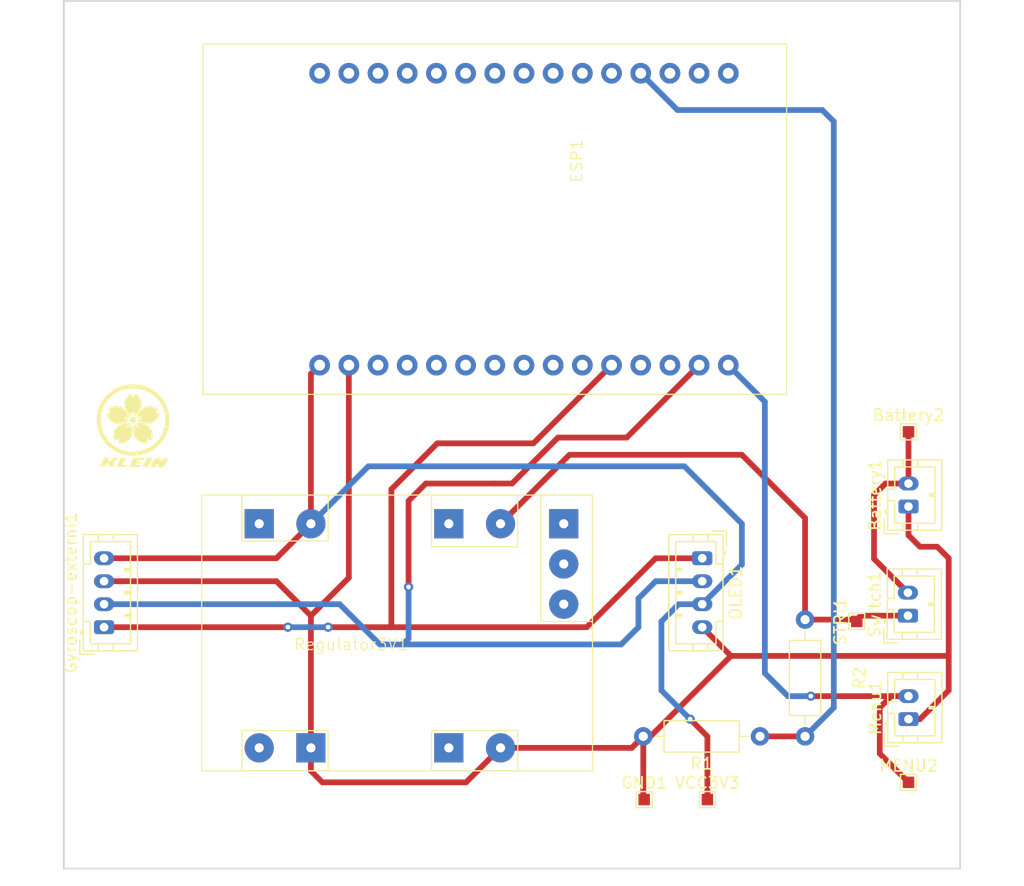
<source format=kicad_pcb>
(kicad_pcb (version 20241229) (generator "pcbnew") (generator_version "9.0")
  (title_block (title "Gyroscopic controller - PCB") (rev "Dominik Klein"))
  (layers (0 "F.Cu" signal) (2 "B.Cu" signal) (13 "F.Paste" user) (15 "B.Paste" user) (5 "F.SilkS" user "F.Silkscreen") (7 "B.SilkS" user "B.Silkscreen") (1 "F.Mask" user) (3 "B.Mask" user) (25 "Edge.Cuts" user))
  (net 0 "")
  (net 1 "GND")
  (net 10 "SDA")
  (net 13 "SCL")
  (net 14 "D23")
  (net 26 "D34")
  (net 29 "EN")
  (net 30 "BI")
  (net 31 "STRI")
  (net 39 "+3.3V")
  (footprint "MountingHole:MountingHole_2.1mm" (layer "F.Cu") (at 62 17)
    (property "Reference" "REF**" (hide yes))
    (property "Value" "MountingHole_2.1mm")
    (pad "" np_thru_hole circle (at 0 0) (size 2.1 2.1) (drill 2.1) (layers "*.Cu" "*.Mask"))
  )
  (footprint "Connector_JST:JST_PH_B4B-PH-K_1x04_P2.00mm_Vertical" (layer "F.Cu") (at 115.05 63 -90)
    (property "Reference" "OLED1" (at 3 -2.9 90) (layer "F.SilkS"))
    (property "Value" "Conn_01x04_Pin")
    (pad "1" thru_hole roundrect (at 0 0 270) (size 1.2 1.75) (drill 0.75) (layers "*.Cu" "*.Mask") (roundrect_rratio 0.208333) (net 10 "SDA"))
    (pad "2" thru_hole oval (at 2 0 270) (size 1.2 1.75) (drill 0.75) (layers "*.Cu" "*.Mask") (net 13 "SCL"))
    (pad "3" thru_hole oval (at 4 0 270) (size 1.2 1.75) (drill 0.75) (layers "*.Cu" "*.Mask") (net 39 "+3.3V"))
    (pad "4" thru_hole oval (at 6 0 270) (size 1.2 1.75) (drill 0.75) (layers "*.Cu" "*.Mask") (net 1 "GND"))
  )
  (footprint "Connector_JST:JST_PH_B2B-PH-K_1x02_P2.00mm_Vertical" (layer "F.Cu") (at 133 58.5 90)
    (property "Reference" "Battery1" (at 1 -2.9 90) (layer "F.SilkS"))
    (property "Value" "Conn_01x02_Pin")
    (pad "1" thru_hole roundrect (at 0 0 90) (size 1.2 1.75) (drill 0.75) (layers "*.Cu" "*.Mask") (roundrect_rratio 0.208333) (net 1 "GND"))
    (pad "2" thru_hole oval (at 2 0 90) (size 1.2 1.75) (drill 0.75) (layers "*.Cu" "*.Mask") (net 30 "BI"))
  )
  (footprint "Connector_JST:JST_PH_B2B-PH-K_1x02_P2.00mm_Vertical" (layer "F.Cu") (at 132.95 68 90)
    (property "Reference" "Switch1" (at 1 -2.9 90) (layer "F.SilkS"))
    (property "Value" "Conn_01x02_Pin")
    (pad "1" thru_hole roundrect (at 0 0 90) (size 1.2 1.75) (drill 0.75) (layers "*.Cu" "*.Mask") (roundrect_rratio 0.208333) (net 31 "STRI"))
    (pad "2" thru_hole oval (at 2 0 90) (size 1.2 1.75) (drill 0.75) (layers "*.Cu" "*.Mask") (net 30 "BI"))
  )
  (footprint "Gyroskopicke-pomucky:ESP32_30Pin_Module" (layer "F.Cu") (at 104.62 28.42 90)
    (property "Reference" "ESP1" (at 0 -0.5 90) (layer "F.SilkS") (effects (font (thickness 0.1))))
    (property "Value" "~")
    (pad "1" thru_hole circle (at -17.78 -22.86 90) (size 1.8 1.8) (drill 0.95) (layers "*.Cu" "*.Mask") (net 39 "+3.3V"))
    (pad "2" thru_hole circle (at -17.78 -20.32 90) (size 1.8 1.8) (drill 0.95) (layers "*.Cu" "*.Mask") (net 1 "GND"))
    (pad "3" thru_hole circle (at -17.78 -17.78 90) (size 1.8 1.8) (drill 0.95) (layers "*.Cu" "*.Mask"))
    (pad "4" thru_hole circle (at -17.78 -15.24 90) (size 1.8 1.8) (drill 0.95) (layers "*.Cu" "*.Mask"))
    (pad "5" thru_hole circle (at -17.78 -12.7 90) (size 1.8 1.8) (drill 0.95) (layers "*.Cu" "*.Mask"))
    (pad "6" thru_hole circle (at -17.78 -10.16 90) (size 1.8 1.8) (drill 0.95) (layers "*.Cu" "*.Mask"))
    (pad "7" thru_hole circle (at -17.78 -7.62 90) (size 1.8 1.8) (drill 0.95) (layers "*.Cu" "*.Mask"))
    (pad "8" thru_hole circle (at -17.78 -5.08 90) (size 1.8 1.8) (drill 0.95) (layers "*.Cu" "*.Mask"))
    (pad "9" thru_hole circle (at -17.78 -2.54 90) (size 1.8 1.8) (drill 0.95) (layers "*.Cu" "*.Mask"))
    (pad "10" thru_hole circle (at -17.78 0 90) (size 1.8 1.8) (drill 0.95) (layers "*.Cu" "*.Mask"))
    (pad "11" thru_hole circle (at -17.78 2.54 90) (size 1.8 1.8) (drill 0.95) (layers "*.Cu" "*.Mask") (net 10 "SDA"))
    (pad "12" thru_hole circle (at -17.78 5.08 90) (size 1.8 1.8) (drill 0.95) (layers "*.Cu" "*.Mask"))
    (pad "13" thru_hole circle (at -17.78 7.62 90) (size 1.8 1.8) (drill 0.95) (layers "*.Cu" "*.Mask"))
    (pad "14" thru_hole circle (at -17.78 10.16 90) (size 1.8 1.8) (drill 0.95) (layers "*.Cu" "*.Mask") (net 13 "SCL"))
    (pad "15" thru_hole circle (at -17.78 12.7 90) (size 1.8 1.8) (drill 0.95) (layers "*.Cu" "*.Mask") (net 14 "D23"))
    (pad "16" thru_hole circle (at 7.62 -22.86 90) (size 1.8 1.8) (drill 0.95) (layers "*.Cu" "*.Mask"))
    (pad "17" thru_hole circle (at 7.62 -20.32 90) (size 1.8 1.8) (drill 0.95) (layers "*.Cu" "*.Mask"))
    (pad "18" thru_hole circle (at 7.62 -17.78 90) (size 1.8 1.8) (drill 0.95) (layers "*.Cu" "*.Mask"))
    (pad "19" thru_hole circle (at 7.62 -15.24 90) (size 1.8 1.8) (drill 0.95) (layers "*.Cu" "*.Mask"))
    (pad "20" thru_hole circle (at 7.62 -12.7 90) (size 1.8 1.8) (drill 0.95) (layers "*.Cu" "*.Mask"))
    (pad "21" thru_hole circle (at 7.62 -10.16 90) (size 1.8 1.8) (drill 0.95) (layers "*.Cu" "*.Mask"))
    (pad "22" thru_hole circle (at 7.62 -7.62 90) (size 1.8 1.8) (drill 0.95) (layers "*.Cu" "*.Mask"))
    (pad "23" thru_hole circle (at 7.62 -5.08 90) (size 1.8 1.8) (drill 0.95) (layers "*.Cu" "*.Mask"))
    (pad "24" thru_hole circle (at 7.62 -2.54 90) (size 1.8 1.8) (drill 0.95) (layers "*.Cu" "*.Mask"))
    (pad "25" thru_hole circle (at 7.62 0 90) (size 1.8 1.8) (drill 0.95) (layers "*.Cu" "*.Mask"))
    (pad "26" thru_hole circle (at 7.62 2.54 90) (size 1.8 1.8) (drill 0.95) (layers "*.Cu" "*.Mask"))
    (pad "27" thru_hole circle (at 7.62 5.08 90) (size 1.8 1.8) (drill 0.95) (layers "*.Cu" "*.Mask") (net 26 "D34"))
    (pad "28" thru_hole circle (at 7.62 7.62 90) (size 1.8 1.8) (drill 0.95) (layers "*.Cu" "*.Mask"))
    (pad "29" thru_hole circle (at 7.62 10.16 90) (size 1.8 1.8) (drill 0.95) (layers "*.Cu" "*.Mask"))
    (pad "30" thru_hole circle (at 7.62 12.7 90) (size 1.8 1.8) (drill 0.95) (layers "*.Cu" "*.Mask") (net 29 "EN"))
  )
  (footprint "Connector_JST:JST_PH_B4B-PH-K_1x04_P2.00mm_Vertical" (layer "F.Cu") (at 63 69 90)
    (property "Reference" "Gyroscop-externi1" (at 3 -2.9 90) (layer "F.SilkS"))
    (property "Value" "Conn_01x04_Pin")
    (pad "1" thru_hole roundrect (at 0 0 90) (size 1.2 1.75) (drill 0.75) (layers "*.Cu" "*.Mask") (roundrect_rratio 0.208333) (net 10 "SDA"))
    (pad "2" thru_hole oval (at 2 0 90) (size 1.2 1.75) (drill 0.75) (layers "*.Cu" "*.Mask") (net 13 "SCL"))
    (pad "3" thru_hole oval (at 4 0 90) (size 1.2 1.75) (drill 0.75) (layers "*.Cu" "*.Mask") (net 1 "GND"))
    (pad "4" thru_hole oval (at 6 0 90) (size 1.2 1.75) (drill 0.75) (layers "*.Cu" "*.Mask") (net 39 "+3.3V"))
  )
  (footprint "TestPoint:TestPoint_Pad_1.0x1.0mm" (layer "F.Cu") (at 133 82.5)
    (property "Reference" "MENU2" (at 0 -1.448 0) (layer "F.SilkS"))
    (property "Value" "~")
    (pad "1" smd rect (at 0 0) (size 1 1) (layers "F.Cu" "F.Mask") (net 14 "D23"))
  )
  (footprint "TestPoint:TestPoint_Pad_1.0x1.0mm" (layer "F.Cu") (at 128.5 68.5 90)
    (property "Reference" "STRI1" (at 0 -1.448 90) (layer "F.SilkS"))
    (property "Value" "~")
    (pad "1" smd rect (at 0 0 90) (size 1 1) (layers "F.Cu" "F.Mask") (net 31 "STRI"))
  )
  (footprint "MountingHole:MountingHole_2.1mm" (layer "F.Cu") (at 62 87.5)
    (property "Reference" "REF**" (hide yes))
    (property "Value" "MountingHole_2.1mm")
    (pad "" np_thru_hole circle (at 0 0) (size 2.1 2.1) (drill 2.1) (layers "*.Cu" "*.Mask"))
  )
  (footprint "Connector_JST:JST_PH_B2B-PH-K_1x02_P2.00mm_Vertical" (layer "F.Cu") (at 133 77 90)
    (property "Reference" "Menu1" (at 1 -2.9 90) (layer "F.SilkS"))
    (property "Value" "Conn_01x02_Pin")
    (pad "1" thru_hole roundrect (at 0 0 90) (size 1.2 1.75) (drill 0.75) (layers "*.Cu" "*.Mask") (roundrect_rratio 0.208333) (net 1 "GND"))
    (pad "2" thru_hole oval (at 2 0 90) (size 1.2 1.75) (drill 0.75) (layers "*.Cu" "*.Mask") (net 14 "D23"))
  )
  (footprint "Resistor_THT:R_Axial_DIN0207_L6.3mm_D2.5mm_P10.16mm_Horizontal" (layer "F.Cu") (at 120.08 78.5 180)
    (property "Reference" "R1" (at 5.08 -2.37 0) (layer "F.SilkS"))
    (property "Value" "110k")
    (pad "1" thru_hole circle (at 0 0 180) (size 1.6 1.6) (drill 0.8) (layers "*.Cu" "*.Mask") (net 26 "D34"))
    (pad "2" thru_hole circle (at 10.16 0 180) (size 1.6 1.6) (drill 0.8) (layers "*.Cu" "*.Mask") (net 1 "GND"))
  )
  (footprint "TestPoint:TestPoint_Pad_1.0x1.0mm" (layer "F.Cu") (at 110 84)
    (property "Reference" "GND1" (at 0 -1.448 0) (layer "F.SilkS"))
    (property "Value" "~")
    (pad "1" smd rect (at 0 0) (size 1 1) (layers "F.Cu" "F.Mask") (net 1 "GND"))
  )
  (footprint "MountingHole:MountingHole_2.1mm" (layer "F.Cu") (at 132 19.5)
    (property "Reference" "REF**" (hide yes))
    (property "Value" "MountingHole_2.1mm")
    (pad "" np_thru_hole circle (at 0 0) (size 2.1 2.1) (drill 2.1) (layers "*.Cu" "*.Mask"))
  )
  (footprint "TestPoint:TestPoint_Pad_1.0x1.0mm" (layer "F.Cu") (at 115.5 84)
    (property "Reference" "VCC3V3" (at 0 -1.448 0) (layer "F.SilkS"))
    (property "Value" "~")
    (pad "1" smd rect (at 0 0) (size 1 1) (layers "F.Cu" "F.Mask") (net 39 "+3.3V"))
  )
  (footprint "TestPoint:TestPoint_Pad_1.0x1.0mm" (layer "F.Cu") (at 133 52)
    (property "Reference" "Battery2" (at 0 -1.448 0) (layer "F.SilkS"))
    (property "Value" "~")
    (pad "1" smd rect (at 0 0) (size 1 1) (layers "F.Cu" "F.Mask") (net 30 "BI"))
  )
  (footprint "Gyroskopicke-pomucky:logoKvet" (layer "F.Cu") (at 65.5 51.5)
    (property "Reference" "G***" (hide yes))
    (property "Value" "LOGO" (hide yes))
  )
  (footprint "Resistor_THT:R_Axial_DIN0207_L6.3mm_D2.5mm_P10.16mm_Horizontal" (layer "F.Cu") (at 124 68.34 -90)
    (property "Reference" "R2" (at 5.08 -4.74 90) (layer "F.SilkS"))
    (property "Value" "220kΩ")
    (pad "1" thru_hole circle (at 0 0 270) (size 1.6 1.6) (drill 0.8) (layers "*.Cu" "*.Mask") (net 31 "STRI"))
    (pad "2" thru_hole circle (at 10.16 0 270) (size 1.6 1.6) (drill 0.8) (layers "*.Cu" "*.Mask") (net 26 "D34"))
  )
  (footprint "Gyroskopicke-pomucky:Regulator3V3" (layer "F.Cu") (at 84.5 70 180)
    (property "Reference" "Regulator3V1" (at 0 -0.5 0) (layer "F.SilkS") (effects (font (thickness 0.1))))
    (property "Value" "~")
    (pad "1" thru_hole circle (at -13 -9.5 180) (size 2.54 2.54) (drill 0.8) (layers "*.Cu" "*.Mask") (net 1 "GND"))
    (pad "2" thru_hole rect (at -8.5 -9.5 180) (size 2.54 2.54) (drill 0.8) (layers "*.Cu" "*.Mask"))
    (pad "3" thru_hole rect (at 3.5 -9.5 180) (size 2.54 2.54) (drill 0.8) (layers "*.Cu" "*.Mask") (net 1 "GND"))
    (pad "4" thru_hole circle (at 8 -9.5 180) (size 2.54 2.54) (drill 0.8) (layers "*.Cu" "*.Mask"))
    (pad "5" thru_hole circle (at -13 10 180) (size 2.54 2.54) (drill 0.8) (layers "*.Cu" "*.Mask") (net 31 "STRI"))
    (pad "6" thru_hole rect (at -8.5 10 180) (size 2.54 2.54) (drill 0.8) (layers "*.Cu" "*.Mask"))
    (pad "7" thru_hole circle (at 3.5 10 180) (size 2.54 2.54) (drill 0.8) (layers "*.Cu" "*.Mask") (net 39 "+3.3V"))
    (pad "8" thru_hole rect (at 8 10 180) (size 2.54 2.54) (drill 0.8) (layers "*.Cu" "*.Mask"))
    (pad "9" thru_hole circle (at -18.5 3 180) (size 2.54 2.54) (drill 0.8) (layers "*.Cu" "*.Mask"))
    (pad "10" thru_hole circle (at -18.5 6.5 180) (size 2.54 2.54) (drill 0.8) (layers "*.Cu" "*.Mask"))
    (pad "11" thru_hole rect (at -18.5 10 180) (size 2.54 2.54) (drill 0.8) (layers "*.Cu" "*.Mask"))
  )
  (footprint "MountingHole:MountingHole_2.1mm" (layer "F.Cu") (at 135 87.5)
    (property "Reference" "REF**" (hide yes))
    (property "Value" "MountingHole_2.1mm")
    (pad "" np_thru_hole circle (at 0 0) (size 2.1 2.1) (drill 2.1) (layers "*.Cu" "*.Mask"))
  )
  (gr_rect (start 59.5 14.5) (end 137.5 90) (stroke (width 0.15)) (fill no) (layer "Edge.Cuts"))
  (segment (start 109.92 78.5) (end 109.92 83.92) (width 0.5) (layer "F.Cu") (net 1))
  (segment (start 97.5 79.5) (end 108.92 79.5) (width 0.5) (layer "F.Cu") (net 1))
  (segment (start 110.55 78.5) (end 117.55 71.5) (width 0.5) (layer "F.Cu") (net 1))
  (segment (start 136.5 63) (end 135.5 62) (width 0.5) (layer "F.Cu") (net 1))
  (segment (start 82 82.5) (end 94.5 82.5) (width 0.5) (layer "F.Cu") (net 1))
  (segment (start 84.3 46.2) (end 84.3 64.7) (width 0.5) (layer "F.Cu") (net 1))
  (segment (start 63 65) (end 78 65) (width 0.5) (layer "F.Cu") (net 1))
  (segment (start 117.55 71.5) (end 136.5 71.5) (width 0.5) (layer "F.Cu") (net 1))
  (segment (start 134 62) (end 133 61) (width 0.5) (layer "F.Cu") (net 1))
  (segment (start 94.5 82.5) (end 97.5 79.5) (width 0.5) (layer "F.Cu") (net 1))
  (segment (start 135.5 62) (end 134 62) (width 0.5) (layer "F.Cu") (net 1))
  (segment (start 81 81.5) (end 82 82.5) (width 0.5) (layer "F.Cu") (net 1))
  (segment (start 109.92 78.5) (end 110.55 78.5) (width 0.5) (layer "F.Cu") (net 1))
  (segment (start 81 79.5) (end 81 81.5) (width 0.5) (layer "F.Cu") (net 1))
  (segment (start 133 77) (end 134 77) (width 0.5) (layer "F.Cu") (net 1))
  (segment (start 136.5 74.5) (end 136.5 71.5) (width 0.5) (layer "F.Cu") (net 1))
  (segment (start 109.92 83.92) (end 110 84) (width 0.5) (layer "F.Cu") (net 1))
  (segment (start 81 68) (end 81 79.5) (width 0.5) (layer "F.Cu") (net 1))
  (segment (start 84.3 64.7) (end 81 68) (width 0.5) (layer "F.Cu") (net 1))
  (segment (start 108.92 79.5) (end 109.92 78.5) (width 0.5) (layer "F.Cu") (net 1))
  (segment (start 133 61) (end 133 58.5) (width 0.5) (layer "F.Cu") (net 1))
  (segment (start 115.05 69) (end 117.55 71.5) (width 0.5) (layer "F.Cu") (net 1))
  (segment (start 136.5 71.5) (end 136.5 63) (width 0.5) (layer "F.Cu") (net 1))
  (segment (start 134 77) (end 136.5 74.5) (width 0.5) (layer "F.Cu") (net 1))
  (segment (start 78 65) (end 81 68) (width 0.5) (layer "F.Cu") (net 1))
  (segment (start 82.5 69) (end 88 69) (width 0.5) (layer "F.Cu") (net 10))
  (segment (start 100.36 53) (end 92 53) (width 0.5) (layer "F.Cu") (net 10))
  (segment (start 111 63) (end 115.05 63) (width 0.5) (layer "F.Cu") (net 10))
  (segment (start 107.16 46.2) (end 100.36 53) (width 0.5) (layer "F.Cu") (net 10))
  (segment (start 63 69) (end 79 69) (width 0.5) (layer "F.Cu") (net 10))
  (segment (start 88 57) (end 88 69) (width 0.5) (layer "F.Cu") (net 10))
  (segment (start 105 69) (end 111 63) (width 0.5) (layer "F.Cu") (net 10))
  (segment (start 92 53) (end 88 57) (width 0.5) (layer "F.Cu") (net 10))
  (segment (start 88 69) (end 105 69) (width 0.5) (layer "F.Cu") (net 10))
  (via (at 79 69) (size 0.8) (drill 0.4) (layers "F.Cu" "B.Cu") (net 10))
  (via (at 82.5 69) (size 0.8) (drill 0.4) (layers "F.Cu" "B.Cu") (net 10))
  (segment (start 79 69) (end 82.5 69) (width 0.5) (layer "B.Cu") (net 10))
  (segment (start 108.48 52.5) (end 102.5 52.5) (width 0.5) (layer "F.Cu") (net 13))
  (segment (start 114.78 46.2) (end 108.48 52.5) (width 0.5) (layer "F.Cu") (net 13))
  (segment (start 91 56.5) (end 89.5 58) (width 0.5) (layer "F.Cu") (net 13))
  (segment (start 89.5 58) (end 89.5 65.5) (width 0.5) (layer "F.Cu") (net 13))
  (segment (start 102.5 52.5) (end 98.5 56.5) (width 0.5) (layer "F.Cu") (net 13))
  (segment (start 98.5 56.5) (end 97 56.5) (width 0.5) (layer "F.Cu") (net 13))
  (segment (start 97 56.5) (end 91 56.5) (width 0.5) (layer "F.Cu") (net 13))
  (via (at 89.5 65.5) (size 0.8) (drill 0.4) (layers "F.Cu" "B.Cu") (net 13))
  (segment (start 89 70.5) (end 108 70.5) (width 0.5) (layer "B.Cu") (net 13))
  (segment (start 109.5 69) (end 109.5 66.5) (width 0.5) (layer "B.Cu") (net 13))
  (segment (start 89.5 65.5) (end 89.5 70) (width 0.5) (layer "B.Cu") (net 13))
  (segment (start 111 65) (end 115.05 65) (width 0.5) (layer "B.Cu") (net 13))
  (segment (start 109.5 66.5) (end 111 65) (width 0.5) (layer "B.Cu") (net 13))
  (segment (start 83.5 67) (end 87 70.5) (width 0.5) (layer "B.Cu") (net 13))
  (segment (start 89.5 70) (end 89 70.5) (width 0.5) (layer "B.Cu") (net 13))
  (segment (start 87 70.5) (end 89 70.5) (width 0.5) (layer "B.Cu") (net 13))
  (segment (start 108 70.5) (end 109.5 69) (width 0.5) (layer "B.Cu") (net 13))
  (segment (start 63 67) (end 83.5 67) (width 0.5) (layer "B.Cu") (net 13))
  (segment (start 124.5 75) (end 133 75) (width 0.5) (layer "F.Cu") (net 14))
  (segment (start 133 75) (end 131.5 75) (width 0.5) (layer "F.Cu") (net 14))
  (segment (start 130.5 80) (end 133 82.5) (width 0.5) (layer "F.Cu") (net 14))
  (segment (start 131.5 75) (end 130.5 76) (width 0.5) (layer "F.Cu") (net 14))
  (segment (start 130.5 76) (end 130.5 80) (width 0.5) (layer "F.Cu") (net 14))
  (via (at 124.5 75) (size 0.8) (drill 0.4) (layers "F.Cu" "B.Cu") (net 14))
  (segment (start 120.5 73) (end 122.5 75) (width 0.5) (layer "B.Cu") (net 14))
  (segment (start 122.5 75) (end 124.5 75) (width 0.5) (layer "B.Cu") (net 14))
  (segment (start 120.5 49.38) (end 120.5 73) (width 0.5) (layer "B.Cu") (net 14))
  (segment (start 117.32 46.2) (end 120.5 49.38) (width 0.5) (layer "B.Cu") (net 14))
  (segment (start 120.08 78.5) (end 124 78.5) (width 0.5) (layer "F.Cu") (net 26))
  (segment (start 126.5 25) (end 126.5 76) (width 0.5) (layer "B.Cu") (net 26))
  (segment (start 112.9 24) (end 125.5 24) (width 0.5) (layer "B.Cu") (net 26))
  (segment (start 125.5 24) (end 126.5 25) (width 0.5) (layer "B.Cu") (net 26))
  (segment (start 126.5 76) (end 124 78.5) (width 0.5) (layer "B.Cu") (net 26))
  (segment (start 109.7 20.8) (end 112.9 24) (width 0.5) (layer "B.Cu") (net 26))
  (segment (start 133 56.5) (end 131 56.5) (width 0.5) (layer "F.Cu") (net 30))
  (segment (start 131 56.5) (end 130 57.5) (width 0.5) (layer "F.Cu") (net 30))
  (segment (start 130 63.05) (end 132.95 66) (width 0.5) (layer "F.Cu") (net 30))
  (segment (start 133 56.5) (end 133 52) (width 0.5) (layer "F.Cu") (net 30))
  (segment (start 130 57.5) (end 130 63.05) (width 0.5) (layer "F.Cu") (net 30))
  (segment (start 128.84 68) (end 128.5 68.34) (width 0.5) (layer "F.Cu") (net 31))
  (segment (start 128.5 68.34) (end 124 68.34) (width 0.5) (layer "F.Cu") (net 31))
  (segment (start 124 59.5) (end 118.5 54) (width 0.5) (layer "F.Cu") (net 31))
  (segment (start 132.95 68) (end 128.84 68) (width 0.5) (layer "F.Cu") (net 31))
  (segment (start 124 68.34) (end 124 59.5) (width 0.5) (layer "F.Cu") (net 31))
  (segment (start 103.5 54) (end 97.5 60) (width 0.5) (layer "F.Cu") (net 31))
  (segment (start 118.5 54) (end 103.5 54) (width 0.5) (layer "F.Cu") (net 31))
  (segment (start 63 63) (end 78 63) (width 0.5) (layer "F.Cu") (net 39))
  (segment (start 78 63) (end 81 60) (width 0.5) (layer "F.Cu") (net 39))
  (segment (start 81 60) (end 81 46.96) (width 0.5) (layer "F.Cu") (net 39))
  (segment (start 81 46.96) (end 81.76 46.2) (width 0.5) (layer "F.Cu") (net 39))
  (segment (start 115.5 84) (end 115.5 78.5) (width 0.5) (layer "F.Cu") (net 39))
  (segment (start 115.5 78.5) (end 114 77) (width 0.5) (layer "F.Cu") (net 39))
  (via (at 114 77) (size 0.8) (drill 0.4) (layers "F.Cu" "B.Cu") (net 39))
  (segment (start 113.5 55) (end 118.5 60) (width 0.5) (layer "B.Cu") (net 39))
  (segment (start 118.5 60) (end 118.5 63.55) (width 0.5) (layer "B.Cu") (net 39))
  (segment (start 86 55) (end 113.5 55) (width 0.5) (layer "B.Cu") (net 39))
  (segment (start 111.5 74.5) (end 111.5 68.5) (width 0.5) (layer "B.Cu") (net 39))
  (segment (start 118.5 63.55) (end 115.05 67) (width 0.5) (layer "B.Cu") (net 39))
  (segment (start 111.5 68.5) (end 113 67) (width 0.5) (layer "B.Cu") (net 39))
  (segment (start 81 60) (end 86 55) (width 0.5) (layer "B.Cu") (net 39))
  (segment (start 114 77) (end 111.5 74.5) (width 0.5) (layer "B.Cu") (net 39))
  (segment (start 113 67) (end 115.05 67) (width 0.5) (layer "B.Cu") (net 39))
)
</source>
